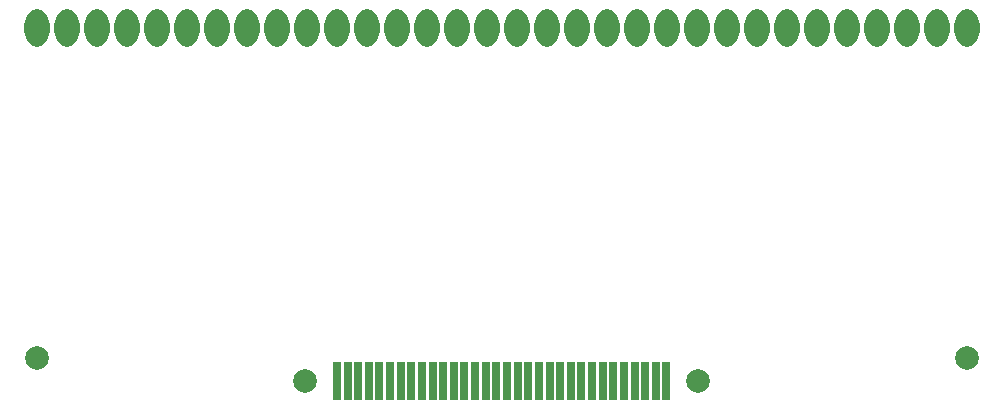
<source format=gbr>
G04 DipTrace 3.3.1.1*
G04 TopMask.gbr*
%MOIN*%
G04 #@! TF.FileFunction,Soldermask,Top*
G04 #@! TF.Part,Single*
%AMOUTLINE1*
4,1,20,
0.043329,0.0,
0.041312,-0.019099,
0.035413,-0.036466,
0.026053,-0.050506,
0.013891,-0.059802,
0.0,-0.063102,
-0.013891,-0.059802,
-0.026053,-0.050506,
-0.035413,-0.036466,
-0.041312,-0.019099,
-0.043329,0.0,
-0.041312,0.019099,
-0.035413,0.036466,
-0.026053,0.050506,
-0.013891,0.059802,
0.0,0.063102,
0.013891,0.059802,
0.026053,0.050506,
0.035413,0.036466,
0.041312,0.019099,
0.043329,0.0,
0*%
%ADD16C,0.07874*%
%ADD21R,0.027559X0.125984*%
%ADD27OUTLINE1*%
%FSLAX26Y26*%
G04*
G70*
G90*
G75*
G01*
G04 TopMask*
%LPD*%
D16*
X2704724Y492126D3*
X1393701D3*
X3600000Y569291D3*
X500000D3*
D21*
X1500000Y492126D3*
X1535433D3*
X1570866D3*
X1606299D3*
X1641732D3*
X1677165D3*
X1712598D3*
X1748031D3*
X1783465D3*
X1818898D3*
X1854331D3*
X1889764D3*
X1925197D3*
X1960630D3*
X1996063D3*
X2031496D3*
X2066929D3*
X2102362D3*
X2137795D3*
X2173228D3*
X2208661D3*
X2244094D3*
X2279528D3*
X2314961D3*
X2350394D3*
X2385827D3*
X2421260D3*
X2456693D3*
X2492126D3*
X2527559D3*
X2562992D3*
X2598425D3*
D27*
X500000Y1669291D3*
X600000D3*
X700000D3*
X800000D3*
X900000D3*
X1000000D3*
X1100000D3*
X1200000D3*
X1300000D3*
X1400000D3*
X1500000D3*
X1600000D3*
X1700000D3*
X1800000D3*
X1900000D3*
X2000000D3*
X2100000D3*
X2200000D3*
X2300000D3*
X2400000D3*
X2500000D3*
X2600000D3*
X2700000D3*
X2800000D3*
X2900000D3*
X3000000D3*
X3100000D3*
X3200000D3*
X3300000D3*
X3400000D3*
X3500000D3*
X3600000D3*
M02*

</source>
